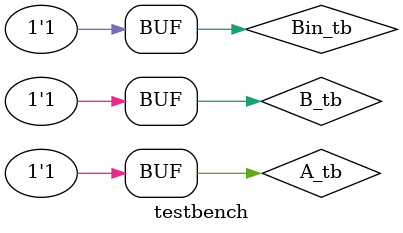
<source format=sv>
`timescale 1ns/1ps

module testbench;
  reg A_tb, B_tb,Bin_tb;
  wire Diff_tb, Bout_tb;
  
  // Instantiate the design module
  Full_Sub DUT(.A(A_tb),
                 .B(B_tb),
                 .Bin(Bin_tb),
                 .Diff(Diff_tb),
                 .Bout(Bout_tb));
    
  initial begin
    // Initialize the dump file
    $dumpfile("dump.vcd");
    $dumpvars(0, testbench);
    
    //Test Case 1
    A_tb=1'b0;
    B_tb=1'b0;
    Bin_tb=1'b0;
    #10;      //Delay of 10 unit time
    
    //Test Case 2
    A_tb=1'b0;
    B_tb=1'b0;
    Bin_tb=1'b1;
    #10;
    
    
    //Test Case 3
    A_tb=1'b1;
    B_tb=1'b0;
    Bin_tb=1'b1;
    #10;
    
    
    //Test Case 4
    A_tb=1'b1;
    B_tb=1'b1;
    Bin_tb=1'b0;
    #10;
    
     //Test Case 5
    A_tb=1'b1;
    B_tb=1'b1;
    Bin_tb=1'b1;
    #10;
    end

endmodule

</source>
